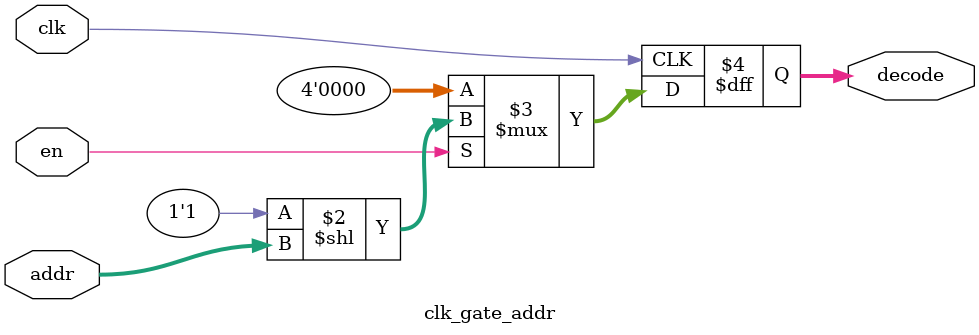
<source format=sv>
module clk_gate_addr #(parameter AW=2) (
    input clk, en,
    input [AW-1:0] addr,
    output reg [2**AW-1:0] decode
);
always @(posedge clk) begin
    decode <= en ? (1'b1 << addr) : {2**AW{1'b0}};
end
endmodule
</source>
